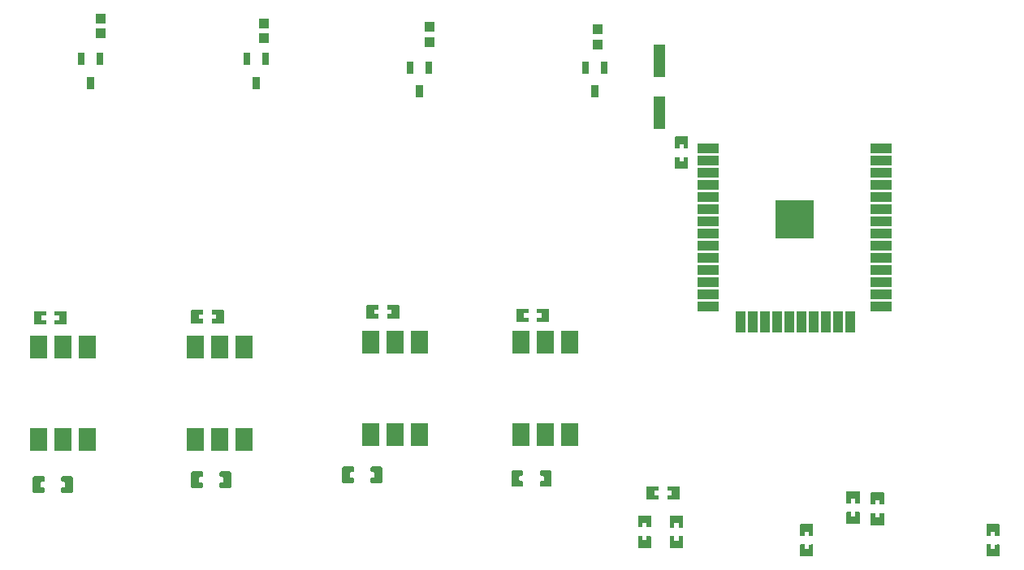
<source format=gtp>
G04 Layer: TopPasteMaskLayer*
G04 EasyEDA v6.4.21, 2021-08-30T13:38:49+01:00*
G04 675468226515401a9f91b2405e789893,c56e7913202049aab2d2ce8198c124d2,10*
G04 Gerber Generator version 0.2*
G04 Scale: 100 percent, Rotated: No, Reflected: No *
G04 Dimensions in millimeters *
G04 leading zeros omitted , absolute positions ,4 integer and 5 decimal *
%FSLAX45Y45*%
%MOMM*%

%ADD16R,1.2000X3.5000*%
%ADD21R,1.1000X1.0000*%
%ADD25R,1.0000X2.2000*%

%LPD*%
G36*
X10135006Y-1273911D02*
G01*
X10094010Y-1274419D01*
X10088981Y-1279398D01*
X10088981Y-1394409D01*
X10094010Y-1399387D01*
X10221976Y-1399387D01*
X10227005Y-1394409D01*
X10227005Y-1279398D01*
X10221976Y-1274419D01*
X10180015Y-1274876D01*
X10180015Y-1318920D01*
X10135006Y-1318920D01*
G37*
G36*
X10094010Y-1059383D02*
G01*
X10088981Y-1064412D01*
X10088981Y-1179423D01*
X10094010Y-1184402D01*
X10135006Y-1183894D01*
X10135006Y-1139901D01*
X10180015Y-1139901D01*
X10180015Y-1184402D01*
X10221976Y-1184402D01*
X10227005Y-1179423D01*
X10227005Y-1064412D01*
X10221976Y-1059383D01*
G37*
G36*
X10479024Y2897987D02*
G01*
X10473994Y2893009D01*
X10473994Y2777998D01*
X10479024Y2773019D01*
X10520984Y2773476D01*
X10520984Y2817520D01*
X10565993Y2817520D01*
X10565993Y2772511D01*
X10606989Y2773019D01*
X10612018Y2777998D01*
X10612018Y2893009D01*
X10606989Y2897987D01*
G37*
G36*
X10479024Y2683002D02*
G01*
X10473994Y2678023D01*
X10473994Y2563012D01*
X10479024Y2557983D01*
X10606989Y2557983D01*
X10612018Y2563012D01*
X10612018Y2678023D01*
X10606989Y2683002D01*
X10565993Y2682494D01*
X10565993Y2638501D01*
X10520984Y2638501D01*
X10520984Y2683002D01*
G37*
G36*
X11824106Y-1362811D02*
G01*
X11783110Y-1363319D01*
X11778081Y-1368298D01*
X11778081Y-1483309D01*
X11783110Y-1488287D01*
X11911076Y-1488287D01*
X11916105Y-1483309D01*
X11916105Y-1368298D01*
X11911076Y-1363319D01*
X11869115Y-1363776D01*
X11869115Y-1407820D01*
X11824106Y-1407820D01*
G37*
G36*
X11783110Y-1148283D02*
G01*
X11778081Y-1153312D01*
X11778081Y-1268323D01*
X11783110Y-1273302D01*
X11824106Y-1272794D01*
X11824106Y-1228801D01*
X11869115Y-1228801D01*
X11869115Y-1273302D01*
X11911076Y-1273302D01*
X11916105Y-1268323D01*
X11916105Y-1153312D01*
X11911076Y-1148283D01*
G37*
G36*
X13767206Y-1362811D02*
G01*
X13726210Y-1363319D01*
X13721181Y-1368298D01*
X13721181Y-1483309D01*
X13726210Y-1488287D01*
X13854176Y-1488287D01*
X13859205Y-1483309D01*
X13859205Y-1368298D01*
X13854176Y-1363319D01*
X13812215Y-1363776D01*
X13812215Y-1407820D01*
X13767206Y-1407820D01*
G37*
G36*
X13726210Y-1148283D02*
G01*
X13721181Y-1153312D01*
X13721181Y-1268323D01*
X13726210Y-1273302D01*
X13767206Y-1272794D01*
X13767206Y-1228801D01*
X13812215Y-1228801D01*
X13812215Y-1273302D01*
X13854176Y-1273302D01*
X13859205Y-1268323D01*
X13859205Y-1153312D01*
X13854176Y-1148283D01*
G37*
G36*
X12308687Y-1022400D02*
G01*
X12267692Y-1022908D01*
X12262713Y-1027887D01*
X12262713Y-1142898D01*
X12267692Y-1147927D01*
X12395708Y-1147927D01*
X12400686Y-1142898D01*
X12400686Y-1027887D01*
X12395708Y-1022908D01*
X12353696Y-1023416D01*
X12353696Y-1067409D01*
X12308687Y-1067409D01*
G37*
G36*
X12267692Y-807923D02*
G01*
X12262713Y-812901D01*
X12262713Y-927912D01*
X12267692Y-932891D01*
X12308687Y-932383D01*
X12308687Y-888390D01*
X12353696Y-888390D01*
X12353696Y-932891D01*
X12395708Y-932891D01*
X12400686Y-927912D01*
X12400686Y-812901D01*
X12395708Y-807923D01*
G37*
G36*
X10185501Y-756513D02*
G01*
X10180472Y-761492D01*
X10180472Y-889508D01*
X10185501Y-894486D01*
X10300512Y-894486D01*
X10305491Y-889508D01*
X10304983Y-847496D01*
X10260990Y-847496D01*
X10260990Y-802487D01*
X10305999Y-802487D01*
X10305491Y-761492D01*
X10300512Y-756513D01*
G37*
G36*
X10400487Y-756513D02*
G01*
X10395508Y-761492D01*
X10396016Y-802487D01*
X10440009Y-802487D01*
X10440009Y-847496D01*
X10395508Y-847496D01*
X10395508Y-889508D01*
X10400487Y-894486D01*
X10515498Y-894486D01*
X10520476Y-889508D01*
X10520476Y-761492D01*
X10515498Y-756513D01*
G37*
G36*
X12562687Y-1035100D02*
G01*
X12521692Y-1035608D01*
X12516713Y-1040587D01*
X12516713Y-1155598D01*
X12521692Y-1160627D01*
X12649708Y-1160627D01*
X12654686Y-1155598D01*
X12654686Y-1040587D01*
X12649708Y-1035608D01*
X12607696Y-1036116D01*
X12607696Y-1080109D01*
X12562687Y-1080109D01*
G37*
G36*
X12521692Y-820623D02*
G01*
X12516713Y-825601D01*
X12516713Y-940612D01*
X12521692Y-945591D01*
X12562687Y-945083D01*
X12562687Y-901090D01*
X12607696Y-901090D01*
X12607696Y-945591D01*
X12649708Y-945591D01*
X12654686Y-940612D01*
X12654686Y-825601D01*
X12649708Y-820623D01*
G37*
G36*
X10426192Y-1061872D02*
G01*
X10421213Y-1066901D01*
X10421213Y-1181912D01*
X10426192Y-1186891D01*
X10468203Y-1186383D01*
X10468203Y-1142390D01*
X10513212Y-1142390D01*
X10513212Y-1187399D01*
X10554208Y-1186891D01*
X10559186Y-1181912D01*
X10559186Y-1066901D01*
X10554208Y-1061872D01*
G37*
G36*
X10426192Y-1276908D02*
G01*
X10421213Y-1281887D01*
X10421213Y-1396898D01*
X10426192Y-1401876D01*
X10554208Y-1401876D01*
X10559186Y-1396898D01*
X10559186Y-1281887D01*
X10554208Y-1276908D01*
X10513212Y-1277416D01*
X10513212Y-1321409D01*
X10468203Y-1321409D01*
X10468203Y-1276908D01*
G37*
G36*
X3797401Y1072286D02*
G01*
X3792372Y1067308D01*
X3792372Y939292D01*
X3797401Y934313D01*
X3912412Y934313D01*
X3917391Y939292D01*
X3916883Y981303D01*
X3872890Y981303D01*
X3872890Y1026312D01*
X3917899Y1026312D01*
X3917391Y1067308D01*
X3912412Y1072286D01*
G37*
G36*
X4012387Y1072286D02*
G01*
X4007408Y1067308D01*
X4007916Y1026312D01*
X4051909Y1026312D01*
X4051909Y981303D01*
X4007408Y981303D01*
X4007408Y939292D01*
X4012387Y934313D01*
X4127398Y934313D01*
X4132376Y939292D01*
X4132376Y1067308D01*
X4127398Y1072286D01*
G37*
G36*
X7264501Y1135786D02*
G01*
X7259472Y1130808D01*
X7259472Y1002792D01*
X7264501Y997813D01*
X7379512Y997813D01*
X7384491Y1002792D01*
X7383983Y1044803D01*
X7339990Y1044803D01*
X7339990Y1089812D01*
X7384999Y1089812D01*
X7384491Y1130808D01*
X7379512Y1135786D01*
G37*
G36*
X7479487Y1135786D02*
G01*
X7474508Y1130808D01*
X7475016Y1089812D01*
X7519009Y1089812D01*
X7519009Y1044803D01*
X7474508Y1044803D01*
X7474508Y1002792D01*
X7479487Y997813D01*
X7594498Y997813D01*
X7599476Y1002792D01*
X7599476Y1130808D01*
X7594498Y1135786D01*
G37*
G36*
X5435701Y1084986D02*
G01*
X5430672Y1080008D01*
X5430672Y951992D01*
X5435701Y947013D01*
X5550712Y947013D01*
X5555691Y951992D01*
X5555183Y994003D01*
X5511190Y994003D01*
X5511190Y1039012D01*
X5556199Y1039012D01*
X5555691Y1080008D01*
X5550712Y1084986D01*
G37*
G36*
X5650687Y1084986D02*
G01*
X5645708Y1080008D01*
X5646216Y1039012D01*
X5690209Y1039012D01*
X5690209Y994003D01*
X5645708Y994003D01*
X5645708Y951992D01*
X5650687Y947013D01*
X5765698Y947013D01*
X5770676Y951992D01*
X5770676Y1080008D01*
X5765698Y1084986D01*
G37*
G36*
X8826601Y1097686D02*
G01*
X8821572Y1092708D01*
X8821572Y964692D01*
X8826601Y959713D01*
X8941612Y959713D01*
X8946591Y964692D01*
X8946083Y1006703D01*
X8902090Y1006703D01*
X8902090Y1051712D01*
X8947099Y1051712D01*
X8946591Y1092708D01*
X8941612Y1097686D01*
G37*
G36*
X9041587Y1097686D02*
G01*
X9036608Y1092708D01*
X9037116Y1051712D01*
X9081109Y1051712D01*
X9081109Y1006703D01*
X9036608Y1006703D01*
X9036608Y964692D01*
X9041587Y959713D01*
X9156598Y959713D01*
X9161576Y964692D01*
X9161576Y1092708D01*
X9156598Y1097686D01*
G37*
G36*
X7311085Y-549960D02*
G01*
X7301077Y-559968D01*
X7301077Y-596087D01*
X7311085Y-606094D01*
X7332167Y-606094D01*
X7342174Y-616102D01*
X7342174Y-653897D01*
X7332167Y-663905D01*
X7311085Y-663905D01*
X7301077Y-673912D01*
X7301077Y-710031D01*
X7311085Y-720039D01*
X7411872Y-720039D01*
X7421829Y-710031D01*
X7421829Y-559968D01*
X7411872Y-549960D01*
G37*
G36*
X7015327Y-549960D02*
G01*
X7005370Y-559968D01*
X7005370Y-710031D01*
X7015327Y-720039D01*
X7116114Y-720039D01*
X7126122Y-710031D01*
X7126122Y-673912D01*
X7116114Y-663905D01*
X7095032Y-663905D01*
X7085025Y-653897D01*
X7085025Y-616102D01*
X7095032Y-606094D01*
X7116114Y-606094D01*
X7126122Y-596087D01*
X7126122Y-559968D01*
X7116114Y-549960D01*
G37*
G36*
X4085285Y-651560D02*
G01*
X4075277Y-661568D01*
X4075277Y-697687D01*
X4085285Y-707694D01*
X4106367Y-707694D01*
X4116374Y-717702D01*
X4116374Y-755497D01*
X4106367Y-765505D01*
X4085285Y-765505D01*
X4075277Y-775512D01*
X4075277Y-811631D01*
X4085285Y-821639D01*
X4186072Y-821639D01*
X4196029Y-811631D01*
X4196029Y-661568D01*
X4186072Y-651560D01*
G37*
G36*
X3789527Y-651560D02*
G01*
X3779570Y-661568D01*
X3779570Y-811631D01*
X3789527Y-821639D01*
X3890314Y-821639D01*
X3900322Y-811631D01*
X3900322Y-775512D01*
X3890314Y-765505D01*
X3869232Y-765505D01*
X3859225Y-755497D01*
X3859225Y-717702D01*
X3869232Y-707694D01*
X3890314Y-707694D01*
X3900322Y-697687D01*
X3900322Y-661568D01*
X3890314Y-651560D01*
G37*
G36*
X5736285Y-600760D02*
G01*
X5726277Y-610768D01*
X5726277Y-646887D01*
X5736285Y-656894D01*
X5757367Y-656894D01*
X5767374Y-666902D01*
X5767374Y-704697D01*
X5757367Y-714705D01*
X5736285Y-714705D01*
X5726277Y-724712D01*
X5726277Y-760831D01*
X5736285Y-770839D01*
X5837072Y-770839D01*
X5847029Y-760831D01*
X5847029Y-610768D01*
X5837072Y-600760D01*
G37*
G36*
X5440527Y-600760D02*
G01*
X5430570Y-610768D01*
X5430570Y-760831D01*
X5440527Y-770839D01*
X5541314Y-770839D01*
X5551322Y-760831D01*
X5551322Y-724712D01*
X5541314Y-714705D01*
X5520232Y-714705D01*
X5510225Y-704697D01*
X5510225Y-666902D01*
X5520232Y-656894D01*
X5541314Y-656894D01*
X5551322Y-646887D01*
X5551322Y-610768D01*
X5541314Y-600760D01*
G37*
G36*
X9076385Y-588060D02*
G01*
X9066377Y-598068D01*
X9066377Y-634187D01*
X9076385Y-644194D01*
X9097467Y-644194D01*
X9107474Y-654202D01*
X9107474Y-691997D01*
X9097467Y-702005D01*
X9076385Y-702005D01*
X9066377Y-712012D01*
X9066377Y-748131D01*
X9076385Y-758139D01*
X9177172Y-758139D01*
X9187129Y-748131D01*
X9187129Y-598068D01*
X9177172Y-588060D01*
G37*
G36*
X8780627Y-588060D02*
G01*
X8770670Y-598068D01*
X8770670Y-748131D01*
X8780627Y-758139D01*
X8881414Y-758139D01*
X8891422Y-748131D01*
X8891422Y-712012D01*
X8881414Y-702005D01*
X8860332Y-702005D01*
X8850325Y-691997D01*
X8850325Y-654202D01*
X8860332Y-644194D01*
X8881414Y-644194D01*
X8891422Y-634187D01*
X8891422Y-598068D01*
X8881414Y-588060D01*
G37*
D16*
G01*
X10312400Y3149295D03*
G01*
X10312400Y3683304D03*
G36*
X4346498Y3518931D02*
G01*
X4416501Y3518931D01*
X4416501Y3393932D01*
X4346498Y3393932D01*
G37*
G36*
X4251502Y3768867D02*
G01*
X4321505Y3768867D01*
X4321505Y3643868D01*
X4251502Y3643868D01*
G37*
G36*
X4441494Y3768867D02*
G01*
X4511497Y3768867D01*
X4511497Y3643868D01*
X4441494Y3643868D01*
G37*
G36*
X7775498Y3430031D02*
G01*
X7845501Y3430031D01*
X7845501Y3305032D01*
X7775498Y3305032D01*
G37*
G36*
X7680502Y3679967D02*
G01*
X7750505Y3679967D01*
X7750505Y3554968D01*
X7680502Y3554968D01*
G37*
G36*
X7870494Y3679967D02*
G01*
X7940497Y3679967D01*
X7940497Y3554968D01*
X7870494Y3554968D01*
G37*
G36*
X6073698Y3518931D02*
G01*
X6143701Y3518931D01*
X6143701Y3393932D01*
X6073698Y3393932D01*
G37*
G36*
X5978702Y3768867D02*
G01*
X6048705Y3768867D01*
X6048705Y3643868D01*
X5978702Y3643868D01*
G37*
G36*
X6168694Y3768867D02*
G01*
X6238697Y3768867D01*
X6238697Y3643868D01*
X6168694Y3643868D01*
G37*
G36*
X9604298Y3430031D02*
G01*
X9674301Y3430031D01*
X9674301Y3305032D01*
X9604298Y3305032D01*
G37*
G36*
X9509302Y3679967D02*
G01*
X9579305Y3679967D01*
X9579305Y3554968D01*
X9509302Y3554968D01*
G37*
G36*
X9699294Y3679967D02*
G01*
X9769297Y3679967D01*
X9769297Y3554968D01*
X9699294Y3554968D01*
G37*
D21*
G01*
X4483100Y3971305D03*
G01*
X4483100Y4131299D03*
G01*
X6184900Y3920505D03*
G01*
X6184900Y4080499D03*
G01*
X7912100Y3882405D03*
G01*
X7912100Y4042399D03*
G01*
X9664700Y3857005D03*
G01*
X9664700Y4016999D03*
G36*
X7213500Y-95900D02*
G01*
X7391501Y-95900D01*
X7391501Y-335899D01*
X7213500Y-335899D01*
G37*
G36*
X7467500Y-95900D02*
G01*
X7645501Y-95900D01*
X7645501Y-335899D01*
X7467500Y-335899D01*
G37*
G36*
X7721500Y-95900D02*
G01*
X7899501Y-95900D01*
X7899501Y-335899D01*
X7721500Y-335899D01*
G37*
G36*
X7721500Y869299D02*
G01*
X7899501Y869299D01*
X7899501Y629300D01*
X7721500Y629300D01*
G37*
G36*
X7467500Y869299D02*
G01*
X7645501Y869299D01*
X7645501Y629300D01*
X7467500Y629300D01*
G37*
G36*
X7213500Y869299D02*
G01*
X7391501Y869299D01*
X7391501Y629300D01*
X7213500Y629300D01*
G37*
G36*
X3746400Y-146700D02*
G01*
X3924401Y-146700D01*
X3924401Y-386699D01*
X3746400Y-386699D01*
G37*
G36*
X4000400Y-146700D02*
G01*
X4178401Y-146700D01*
X4178401Y-386699D01*
X4000400Y-386699D01*
G37*
G36*
X4254400Y-146700D02*
G01*
X4432401Y-146700D01*
X4432401Y-386699D01*
X4254400Y-386699D01*
G37*
G36*
X4254400Y818499D02*
G01*
X4432401Y818499D01*
X4432401Y578500D01*
X4254400Y578500D01*
G37*
G36*
X4000400Y818499D02*
G01*
X4178401Y818499D01*
X4178401Y578500D01*
X4000400Y578500D01*
G37*
G36*
X3746400Y818499D02*
G01*
X3924401Y818499D01*
X3924401Y578500D01*
X3746400Y578500D01*
G37*
G36*
X5384700Y-146700D02*
G01*
X5562701Y-146700D01*
X5562701Y-386699D01*
X5384700Y-386699D01*
G37*
G36*
X5638700Y-146700D02*
G01*
X5816701Y-146700D01*
X5816701Y-386699D01*
X5638700Y-386699D01*
G37*
G36*
X5892700Y-146700D02*
G01*
X6070701Y-146700D01*
X6070701Y-386699D01*
X5892700Y-386699D01*
G37*
G36*
X5892700Y818499D02*
G01*
X6070701Y818499D01*
X6070701Y578500D01*
X5892700Y578500D01*
G37*
G36*
X5638700Y818499D02*
G01*
X5816701Y818499D01*
X5816701Y578500D01*
X5638700Y578500D01*
G37*
G36*
X5384700Y818499D02*
G01*
X5562701Y818499D01*
X5562701Y578500D01*
X5384700Y578500D01*
G37*
G36*
X8775600Y-95900D02*
G01*
X8953601Y-95900D01*
X8953601Y-335899D01*
X8775600Y-335899D01*
G37*
G36*
X9029600Y-95900D02*
G01*
X9207601Y-95900D01*
X9207601Y-335899D01*
X9029600Y-335899D01*
G37*
G36*
X9283600Y-95900D02*
G01*
X9461601Y-95900D01*
X9461601Y-335899D01*
X9283600Y-335899D01*
G37*
G36*
X9283600Y869299D02*
G01*
X9461601Y869299D01*
X9461601Y629300D01*
X9283600Y629300D01*
G37*
G36*
X9029600Y869299D02*
G01*
X9207601Y869299D01*
X9207601Y629300D01*
X9029600Y629300D01*
G37*
G36*
X8775600Y869299D02*
G01*
X8953601Y869299D01*
X8953601Y629300D01*
X8775600Y629300D01*
G37*
G36*
X12511760Y2824073D02*
G01*
X12731775Y2824073D01*
X12731775Y2724073D01*
X12511760Y2724073D01*
G37*
G36*
X12511531Y2696514D02*
G01*
X12731521Y2696514D01*
X12731521Y2596514D01*
X12511531Y2596514D01*
G37*
G36*
X12511277Y2569768D02*
G01*
X12731267Y2569768D01*
X12731267Y2469769D01*
X12511277Y2469769D01*
G37*
G36*
X12511277Y2442768D02*
G01*
X12731267Y2442768D01*
X12731267Y2342769D01*
X12511277Y2342769D01*
G37*
G36*
X12511277Y2315768D02*
G01*
X12731267Y2315768D01*
X12731267Y2215769D01*
X12511277Y2215769D01*
G37*
G36*
X12511277Y2188768D02*
G01*
X12731267Y2188768D01*
X12731267Y2088769D01*
X12511277Y2088769D01*
G37*
G36*
X12511277Y2061768D02*
G01*
X12731267Y2061768D01*
X12731267Y1961769D01*
X12511277Y1961769D01*
G37*
G36*
X12511024Y1935022D02*
G01*
X12731013Y1935022D01*
X12731013Y1835022D01*
X12511024Y1835022D01*
G37*
G36*
X12511024Y1808022D02*
G01*
X12731013Y1808022D01*
X12731013Y1708022D01*
X12511024Y1708022D01*
G37*
G36*
X12511024Y1681022D02*
G01*
X12731013Y1681022D01*
X12731013Y1581022D01*
X12511024Y1581022D01*
G37*
G36*
X12511024Y1554022D02*
G01*
X12731013Y1554022D01*
X12731013Y1454022D01*
X12511024Y1454022D01*
G37*
G36*
X12511277Y1426768D02*
G01*
X12731267Y1426768D01*
X12731267Y1326769D01*
X12511277Y1326769D01*
G37*
G36*
X12511277Y1299768D02*
G01*
X12731267Y1299768D01*
X12731267Y1199769D01*
X12511277Y1199769D01*
G37*
G36*
X12511277Y1172768D02*
G01*
X12731267Y1172768D01*
X12731267Y1072769D01*
X12511277Y1072769D01*
G37*
G36*
X10713186Y2824327D02*
G01*
X10933201Y2824327D01*
X10933201Y2724327D01*
X10713186Y2724327D01*
G37*
G36*
X10712958Y2696768D02*
G01*
X10932947Y2696768D01*
X10932947Y2596769D01*
X10712958Y2596769D01*
G37*
G36*
X10712704Y2570022D02*
G01*
X10932693Y2570022D01*
X10932693Y2470022D01*
X10712704Y2470022D01*
G37*
G36*
X10712704Y2443022D02*
G01*
X10932693Y2443022D01*
X10932693Y2343022D01*
X10712704Y2343022D01*
G37*
G36*
X10712704Y2316022D02*
G01*
X10932693Y2316022D01*
X10932693Y2216022D01*
X10712704Y2216022D01*
G37*
G36*
X10712704Y2189022D02*
G01*
X10932693Y2189022D01*
X10932693Y2089022D01*
X10712704Y2089022D01*
G37*
G36*
X10712704Y2062022D02*
G01*
X10932693Y2062022D01*
X10932693Y1962022D01*
X10712704Y1962022D01*
G37*
G36*
X10712450Y1935276D02*
G01*
X10932439Y1935276D01*
X10932439Y1835277D01*
X10712450Y1835277D01*
G37*
G36*
X10712450Y1808276D02*
G01*
X10932439Y1808276D01*
X10932439Y1708277D01*
X10712450Y1708277D01*
G37*
G36*
X10712450Y1681276D02*
G01*
X10932439Y1681276D01*
X10932439Y1581277D01*
X10712450Y1581277D01*
G37*
G36*
X10712450Y1554276D02*
G01*
X10932439Y1554276D01*
X10932439Y1454277D01*
X10712450Y1454277D01*
G37*
G36*
X10712704Y1427022D02*
G01*
X10932693Y1427022D01*
X10932693Y1327022D01*
X10712704Y1327022D01*
G37*
G36*
X10712704Y1300022D02*
G01*
X10932693Y1300022D01*
X10932693Y1200022D01*
X10712704Y1200022D01*
G37*
G36*
X10712704Y1173022D02*
G01*
X10932693Y1173022D01*
X10932693Y1073022D01*
X10712704Y1073022D01*
G37*
D25*
G01*
X11155349Y962685D03*
G01*
X11282349Y962685D03*
G01*
X11409349Y962685D03*
G01*
X11536095Y962431D03*
G01*
X11663095Y962431D03*
G01*
X11790095Y962431D03*
G01*
X11917095Y962431D03*
G01*
X12044349Y962685D03*
G01*
X12171349Y962685D03*
G01*
X12298349Y962685D03*
G36*
X11521998Y2230831D02*
G01*
X11921997Y2230831D01*
X11921997Y1830831D01*
X11521998Y1830831D01*
G37*
M02*

</source>
